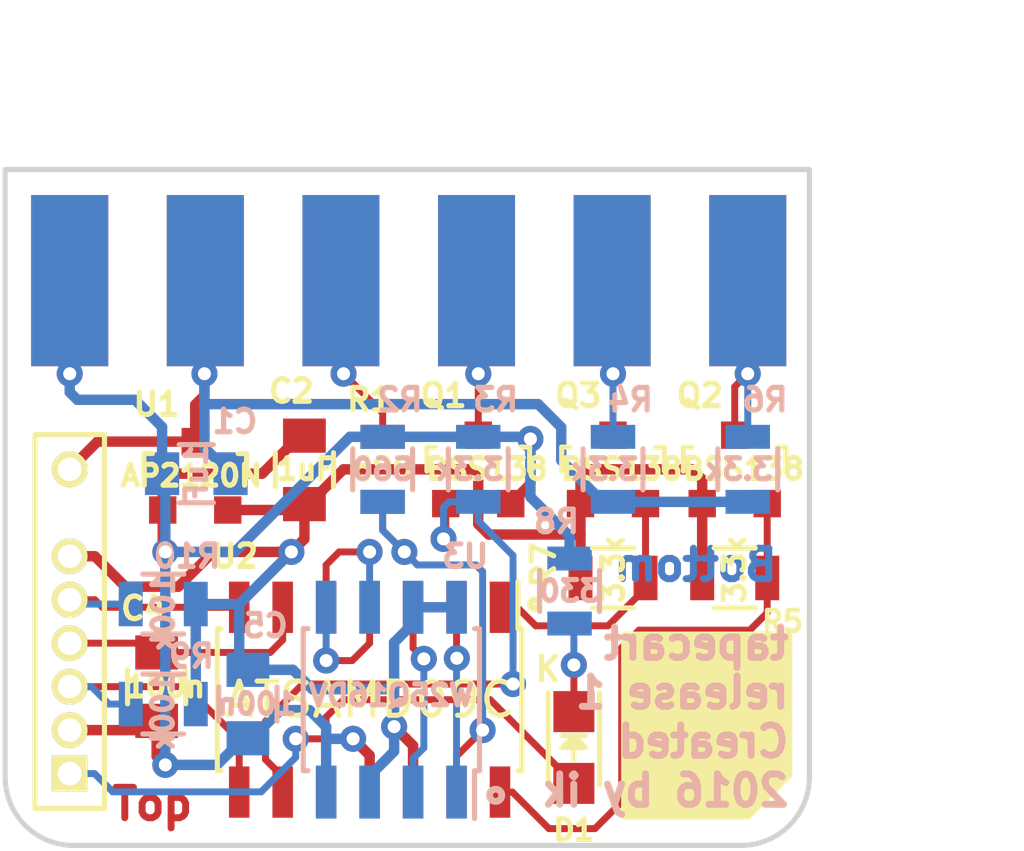
<source format=kicad_pcb>
(kicad_pcb (version 4) (host pcbnew 4.0.5)

  (general
    (links 63)
    (no_connects 0)
    (area 170.0908 35.05 207.1 59.325001)
    (thickness 1.6)
    (drawings 14)
    (tracks 243)
    (zones 0)
    (modules 23)
    (nets 21)
  )

  (page A4)
  (layers
    (0 F.Cu signal)
    (31 B.Cu signal)
    (32 B.Adhes user)
    (33 F.Adhes user)
    (34 B.Paste user)
    (35 F.Paste user)
    (36 B.SilkS user)
    (37 F.SilkS user)
    (38 B.Mask user)
    (39 F.Mask user)
    (40 Dwgs.User user)
    (41 Cmts.User user)
    (42 Eco1.User user)
    (43 Eco2.User user)
    (44 Edge.Cuts user)
    (45 Margin user)
    (46 B.CrtYd user)
    (47 F.CrtYd user)
    (48 B.Fab user)
    (49 F.Fab user)
  )

  (setup
    (last_trace_width 0.2032)
    (trace_clearance 0.2032)
    (zone_clearance 0.508)
    (zone_45_only no)
    (trace_min 0.2032)
    (segment_width 0.2)
    (edge_width 0.15)
    (via_size 0.762)
    (via_drill 0.381)
    (via_min_size 0.762)
    (via_min_drill 0.3)
    (uvia_size 0.3)
    (uvia_drill 0.1)
    (uvias_allowed no)
    (uvia_min_size 0.2)
    (uvia_min_drill 0.1)
    (pcb_text_width 0.3)
    (pcb_text_size 1.5 1.5)
    (mod_edge_width 0.15)
    (mod_text_size 1 1)
    (mod_text_width 0.15)
    (pad_size 1.524 1.524)
    (pad_drill 0.762)
    (pad_to_mask_clearance 0.2)
    (aux_axis_origin 0 0)
    (visible_elements 7FFFFFFF)
    (pcbplotparams
      (layerselection 0x010f0_80000001)
      (usegerberextensions true)
      (excludeedgelayer true)
      (linewidth 0.100000)
      (plotframeref false)
      (viasonmask false)
      (mode 1)
      (useauxorigin false)
      (hpglpennumber 1)
      (hpglpenspeed 20)
      (hpglpendiameter 15)
      (hpglpenoverlay 2)
      (psnegative false)
      (psa4output false)
      (plotreference true)
      (plotvalue true)
      (plotinvisibletext false)
      (padsonsilk false)
      (subtractmaskfromsilk false)
      (outputformat 1)
      (mirror false)
      (drillshape 0)
      (scaleselection 1)
      (outputdirectory gerber-release))
  )

  (net 0 "")
  (net 1 /Read3)
  (net 2 GND)
  (net 3 /Read5)
  (net 4 +3V3)
  (net 5 /Sense3)
  (net 6 /Sense5)
  (net 7 /Write3)
  (net 8 /Write5)
  (net 9 +5V)
  (net 10 /Reset)
  (net 11 /Motor5)
  (net 12 /SWCLK)
  (net 13 /SWDIO)
  (net 14 /Motor3)
  (net 15 /SS)
  (net 16 /MISO)
  (net 17 /MOSI)
  (net 18 /SCK)
  (net 19 /LED)
  (net 20 "Net-(D1-Pad1)")

  (net_class Default "This is the default net class."
    (clearance 0.2032)
    (trace_width 0.2032)
    (via_dia 0.762)
    (via_drill 0.381)
    (uvia_dia 0.3)
    (uvia_drill 0.1)
    (add_net /LED)
    (add_net /MISO)
    (add_net /MOSI)
    (add_net /Motor3)
    (add_net /Motor5)
    (add_net /Read3)
    (add_net /Read5)
    (add_net /Reset)
    (add_net /SCK)
    (add_net /SS)
    (add_net /SWCLK)
    (add_net /SWDIO)
    (add_net /Sense3)
    (add_net /Sense5)
    (add_net /Write3)
    (add_net /Write5)
    (add_net "Net-(D1-Pad1)")
  )

  (net_class Power ""
    (clearance 0.3048)
    (trace_width 0.3048)
    (via_dia 0.762)
    (via_drill 0.381)
    (uvia_dia 0.3)
    (uvia_drill 0.1)
    (add_net +3V3)
    (add_net +5V)
    (add_net GND)
  )

  (module Capacitors_SMD:C_0805 (layer F.Cu) (tedit 56FAD5C7) (tstamp 56BF0400)
    (at 177.927 54.61 90)
    (descr "Capacitor SMD 0805, reflow soldering, AVX (see smccp.pdf)")
    (tags "capacitor 0805")
    (path /56BC7709)
    (attr smd)
    (fp_text reference C4 (at 2.286 -0.381 180) (layer F.SilkS)
      (effects (font (size 0.6604 0.6604) (thickness 0.1524)))
    )
    (fp_text value 100n (at 0 0.254 180) (layer F.SilkS)
      (effects (font (size 0.6096 0.6096) (thickness 0.1524)))
    )
    (fp_line (start -1.8 -1) (end 1.8 -1) (layer F.CrtYd) (width 0.05))
    (fp_line (start -1.8 1) (end 1.8 1) (layer F.CrtYd) (width 0.05))
    (fp_line (start -1.8 -1) (end -1.8 1) (layer F.CrtYd) (width 0.05))
    (fp_line (start 1.8 -1) (end 1.8 1) (layer F.CrtYd) (width 0.05))
    (fp_line (start 0.5 -0.85) (end -0.5 -0.85) (layer F.SilkS) (width 0.15))
    (fp_line (start -0.5 0.85) (end 0.5 0.85) (layer F.SilkS) (width 0.15))
    (pad 1 smd rect (at -1 0 90) (size 1 1.25) (layers F.Cu F.Paste F.Mask)
      (net 2 GND))
    (pad 2 smd rect (at 1 0 90) (size 1 1.25) (layers F.Cu F.Paste F.Mask)
      (net 10 /Reset))
    (model Capacitors_SMD.3dshapes/C_0805.wrl
      (at (xyz 0 0 0))
      (scale (xyz 1 1 1))
      (rotate (xyz 0 0 0))
    )
  )

  (module Housings_SOIC:SOIC-14_3.9x8.7mm_Pitch1.27mm (layer F.Cu) (tedit 56FAD596) (tstamp 56BBD106)
    (at 184.15 54.991 270)
    (descr "14-Lead Plastic Small Outline (SL) - Narrow, 3.90 mm Body [SOIC] (see Microchip Packaging Specification 00000049BS.pdf)")
    (tags "SOIC 1.27")
    (path /56BA4F38)
    (attr smd)
    (fp_text reference U2 (at -4.191 3.937 360) (layer F.SilkS)
      (effects (font (size 0.6604 0.6604) (thickness 0.1524)))
    )
    (fp_text value ATSAMD09C (at 0 0 360) (layer F.SilkS)
      (effects (font (size 1 1) (thickness 0.15)))
    )
    (fp_line (start -3.7 -4.65) (end -3.7 4.65) (layer F.CrtYd) (width 0.05))
    (fp_line (start 3.7 -4.65) (end 3.7 4.65) (layer F.CrtYd) (width 0.05))
    (fp_line (start -3.7 -4.65) (end 3.7 -4.65) (layer F.CrtYd) (width 0.05))
    (fp_line (start -3.7 4.65) (end 3.7 4.65) (layer F.CrtYd) (width 0.05))
    (fp_line (start -2.075 -4.45) (end -2.075 -4.335) (layer F.SilkS) (width 0.15))
    (fp_line (start 2.075 -4.45) (end 2.075 -4.335) (layer F.SilkS) (width 0.15))
    (fp_line (start 2.075 4.45) (end 2.075 4.335) (layer F.SilkS) (width 0.15))
    (fp_line (start -2.075 4.45) (end -2.075 4.335) (layer F.SilkS) (width 0.15))
    (fp_line (start -2.075 -4.45) (end 2.075 -4.45) (layer F.SilkS) (width 0.15))
    (fp_line (start -2.075 4.45) (end 2.075 4.45) (layer F.SilkS) (width 0.15))
    (fp_line (start -2.075 -4.335) (end -3.45 -4.335) (layer F.SilkS) (width 0.15))
    (pad 1 smd rect (at -2.7 -3.81 270) (size 1.5 0.6) (layers F.Cu F.Paste F.Mask)
      (net 7 /Write3))
    (pad 2 smd rect (at -2.7 -2.54 270) (size 1.5 0.6) (layers F.Cu F.Paste F.Mask)
      (net 15 /SS))
    (pad 3 smd rect (at -2.7 -1.27 270) (size 1.5 0.6) (layers F.Cu F.Paste F.Mask)
      (net 16 /MISO))
    (pad 4 smd rect (at -2.7 0 270) (size 1.5 0.6) (layers F.Cu F.Paste F.Mask)
      (net 17 /MOSI))
    (pad 5 smd rect (at -2.7 1.27 270) (size 1.5 0.6) (layers F.Cu F.Paste F.Mask)
      (net 18 /SCK))
    (pad 6 smd rect (at -2.7 2.54 270) (size 1.5 0.6) (layers F.Cu F.Paste F.Mask)
      (net 10 /Reset))
    (pad 7 smd rect (at -2.7 3.81 270) (size 1.5 0.6) (layers F.Cu F.Paste F.Mask)
      (net 12 /SWCLK))
    (pad 8 smd rect (at 2.7 3.81 270) (size 1.5 0.6) (layers F.Cu F.Paste F.Mask)
      (net 13 /SWDIO))
    (pad 9 smd rect (at 2.7 2.54 270) (size 1.5 0.6) (layers F.Cu F.Paste F.Mask)
      (net 1 /Read3))
    (pad 10 smd rect (at 2.7 1.27 270) (size 1.5 0.6) (layers F.Cu F.Paste F.Mask)
      (net 19 /LED))
    (pad 11 smd rect (at 2.7 0 270) (size 1.5 0.6) (layers F.Cu F.Paste F.Mask)
      (net 2 GND))
    (pad 12 smd rect (at 2.7 -1.27 270) (size 1.5 0.6) (layers F.Cu F.Paste F.Mask)
      (net 4 +3V3))
    (pad 13 smd rect (at 2.7 -2.54 270) (size 1.5 0.6) (layers F.Cu F.Paste F.Mask)
      (net 14 /Motor3))
    (pad 14 smd rect (at 2.7 -3.81 270) (size 1.5 0.6) (layers F.Cu F.Paste F.Mask)
      (net 5 /Sense3))
    (model Housings_SOIC.3dshapes/SOIC-14_3.9x8.7mm_Pitch1.27mm.wrl
      (at (xyz 0 0 0))
      (scale (xyz 1 1 1))
      (rotate (xyz 0 0 0))
    )
  )

  (module Housings_SOIC:SOIC-8_3.9x4.9mm_Pitch1.27mm (layer B.Cu) (tedit 56FAD651) (tstamp 56BBD117)
    (at 184.785 54.991 90)
    (descr "8-Lead Plastic Small Outline (SN) - Narrow, 3.90 mm Body [SOIC] (see Microchip Packaging Specification 00000049BS.pdf)")
    (tags "SOIC 1.27")
    (path /56BA4FD9)
    (attr smd)
    (fp_text reference U3 (at 4.191 2.159 180) (layer B.SilkS)
      (effects (font (size 0.6604 0.6604) (thickness 0.1524)) (justify mirror))
    )
    (fp_text value W25Q16DV (at 0.127 0 180) (layer B.SilkS)
      (effects (font (size 0.6096 0.6096) (thickness 0.1524)) (justify mirror))
    )
    (fp_line (start -3.75 2.75) (end -3.75 -2.75) (layer B.CrtYd) (width 0.05))
    (fp_line (start 3.75 2.75) (end 3.75 -2.75) (layer B.CrtYd) (width 0.05))
    (fp_line (start -3.75 2.75) (end 3.75 2.75) (layer B.CrtYd) (width 0.05))
    (fp_line (start -3.75 -2.75) (end 3.75 -2.75) (layer B.CrtYd) (width 0.05))
    (fp_line (start -2.075 2.575) (end -2.075 2.43) (layer B.SilkS) (width 0.15))
    (fp_line (start 2.075 2.575) (end 2.075 2.43) (layer B.SilkS) (width 0.15))
    (fp_line (start 2.075 -2.575) (end 2.075 -2.43) (layer B.SilkS) (width 0.15))
    (fp_line (start -2.075 -2.575) (end -2.075 -2.43) (layer B.SilkS) (width 0.15))
    (fp_line (start -2.075 2.575) (end 2.075 2.575) (layer B.SilkS) (width 0.15))
    (fp_line (start -2.075 -2.575) (end 2.075 -2.575) (layer B.SilkS) (width 0.15))
    (fp_line (start -2.075 2.43) (end -3.475 2.43) (layer B.SilkS) (width 0.15))
    (pad 1 smd rect (at -2.7 1.905 90) (size 1.55 0.6) (layers B.Cu B.Paste B.Mask)
      (net 15 /SS))
    (pad 2 smd rect (at -2.7 0.635 90) (size 1.55 0.6) (layers B.Cu B.Paste B.Mask)
      (net 16 /MISO))
    (pad 3 smd rect (at -2.7 -0.635 90) (size 1.55 0.6) (layers B.Cu B.Paste B.Mask)
      (net 4 +3V3))
    (pad 4 smd rect (at -2.7 -1.905 90) (size 1.55 0.6) (layers B.Cu B.Paste B.Mask)
      (net 2 GND))
    (pad 5 smd rect (at 2.7 -1.905 90) (size 1.55 0.6) (layers B.Cu B.Paste B.Mask)
      (net 17 /MOSI))
    (pad 6 smd rect (at 2.7 -0.635 90) (size 1.55 0.6) (layers B.Cu B.Paste B.Mask)
      (net 18 /SCK))
    (pad 7 smd rect (at 2.7 0.635 90) (size 1.55 0.6) (layers B.Cu B.Paste B.Mask)
      (net 4 +3V3))
    (pad 8 smd rect (at 2.7 1.905 90) (size 1.55 0.6) (layers B.Cu B.Paste B.Mask)
      (net 4 +3V3))
    (model Housings_SOIC.3dshapes/SOIC-8_3.9x4.9mm_Pitch1.27mm.wrl
      (at (xyz 0 0 0))
      (scale (xyz 1 1 1))
      (rotate (xyz 0 0 0))
    )
  )

  (module Capacitors_SMD:C_0805 (layer B.Cu) (tedit 56FAD5F9) (tstamp 56BF03F1)
    (at 179.086 48.387 180)
    (descr "Capacitor SMD 0805, reflow soldering, AVX (see smccp.pdf)")
    (tags "capacitor 0805")
    (path /56BA5810)
    (attr smd)
    (fp_text reference C1 (at -1.127 1.524 180) (layer B.SilkS)
      (effects (font (size 0.6604 0.6604) (thickness 0.1524)) (justify mirror))
    )
    (fp_text value 1uF (at 0 0 270) (layer B.SilkS)
      (effects (font (size 0.6096 0.6096) (thickness 0.1524)) (justify mirror))
    )
    (fp_line (start -1.8 1) (end 1.8 1) (layer B.CrtYd) (width 0.05))
    (fp_line (start -1.8 -1) (end 1.8 -1) (layer B.CrtYd) (width 0.05))
    (fp_line (start -1.8 1) (end -1.8 -1) (layer B.CrtYd) (width 0.05))
    (fp_line (start 1.8 1) (end 1.8 -1) (layer B.CrtYd) (width 0.05))
    (fp_line (start 0.5 0.85) (end -0.5 0.85) (layer B.SilkS) (width 0.15))
    (fp_line (start -0.5 -0.85) (end 0.5 -0.85) (layer B.SilkS) (width 0.15))
    (pad 1 smd rect (at -1 0 180) (size 1 1.25) (layers B.Cu B.Paste B.Mask)
      (net 9 +5V))
    (pad 2 smd rect (at 1 0 180) (size 1 1.25) (layers B.Cu B.Paste B.Mask)
      (net 2 GND))
    (model Capacitors_SMD.3dshapes/C_0805.wrl
      (at (xyz 0 0 0))
      (scale (xyz 1 1 1))
      (rotate (xyz 0 0 0))
    )
  )

  (module Capacitors_SMD:C_0805 (layer F.Cu) (tedit 56FAD440) (tstamp 56BF03F6)
    (at 182.245 48.276 90)
    (descr "Capacitor SMD 0805, reflow soldering, AVX (see smccp.pdf)")
    (tags "capacitor 0805")
    (path /56BA5891)
    (attr smd)
    (fp_text reference C2 (at 2.302 -0.381 180) (layer F.SilkS)
      (effects (font (size 0.6604 0.6604) (thickness 0.1524)))
    )
    (fp_text value 1uF (at 0.018 0.033 180) (layer F.SilkS)
      (effects (font (size 0.6096 0.6096) (thickness 0.1524)))
    )
    (fp_line (start -1.8 -1) (end 1.8 -1) (layer F.CrtYd) (width 0.05))
    (fp_line (start -1.8 1) (end 1.8 1) (layer F.CrtYd) (width 0.05))
    (fp_line (start -1.8 -1) (end -1.8 1) (layer F.CrtYd) (width 0.05))
    (fp_line (start 1.8 -1) (end 1.8 1) (layer F.CrtYd) (width 0.05))
    (fp_line (start 0.5 -0.85) (end -0.5 -0.85) (layer F.SilkS) (width 0.15))
    (fp_line (start -0.5 0.85) (end 0.5 0.85) (layer F.SilkS) (width 0.15))
    (pad 1 smd rect (at -1 0 90) (size 1 1.25) (layers F.Cu F.Paste F.Mask)
      (net 4 +3V3))
    (pad 2 smd rect (at 1 0 90) (size 1 1.25) (layers F.Cu F.Paste F.Mask)
      (net 2 GND))
    (model Capacitors_SMD.3dshapes/C_0805.wrl
      (at (xyz 0 0 0))
      (scale (xyz 1 1 1))
      (rotate (xyz 0 0 0))
    )
  )

  (module Capacitors_SMD:C_0805 (layer B.Cu) (tedit 56FAD665) (tstamp 56BF0405)
    (at 180.594 55.118 270)
    (descr "Capacitor SMD 0805, reflow soldering, AVX (see smccp.pdf)")
    (tags "capacitor 0805")
    (path /56BA53B7)
    (attr smd)
    (fp_text reference C5 (at -2.286 -0.508 360) (layer B.SilkS)
      (effects (font (size 0.6604 0.6604) (thickness 0.1524)) (justify mirror))
    )
    (fp_text value 100n (at 0 -0.254 360) (layer B.SilkS)
      (effects (font (size 0.6096 0.6096) (thickness 0.1524)) (justify mirror))
    )
    (fp_line (start -1.8 1) (end 1.8 1) (layer B.CrtYd) (width 0.05))
    (fp_line (start -1.8 -1) (end 1.8 -1) (layer B.CrtYd) (width 0.05))
    (fp_line (start -1.8 1) (end -1.8 -1) (layer B.CrtYd) (width 0.05))
    (fp_line (start 1.8 1) (end 1.8 -1) (layer B.CrtYd) (width 0.05))
    (fp_line (start 0.5 0.85) (end -0.5 0.85) (layer B.SilkS) (width 0.15))
    (fp_line (start -0.5 -0.85) (end 0.5 -0.85) (layer B.SilkS) (width 0.15))
    (pad 1 smd rect (at -1 0 270) (size 1 1.25) (layers B.Cu B.Paste B.Mask)
      (net 4 +3V3))
    (pad 2 smd rect (at 1 0 270) (size 1 1.25) (layers B.Cu B.Paste B.Mask)
      (net 2 GND))
    (model Capacitors_SMD.3dshapes/C_0805.wrl
      (at (xyz 0 0 0))
      (scale (xyz 1 1 1))
      (rotate (xyz 0 0 0))
    )
  )

  (module TO_SOT_Packages_SMD:SOT-23 (layer F.Cu) (tedit 56FAD43A) (tstamp 56BF040A)
    (at 187.325 48.26)
    (descr "SOT-23, Standard")
    (tags SOT-23)
    (path /56BA5033)
    (attr smd)
    (fp_text reference Q1 (at -1.016 -2.159) (layer F.SilkS)
      (effects (font (size 0.6604 0.6604) (thickness 0.1524)))
    )
    (fp_text value BSS138 (at 0.254 -0.01) (layer F.SilkS)
      (effects (font (size 0.6096 0.6096) (thickness 0.1524)))
    )
    (fp_line (start -1.65 -1.6) (end 1.65 -1.6) (layer F.CrtYd) (width 0.05))
    (fp_line (start 1.65 -1.6) (end 1.65 1.6) (layer F.CrtYd) (width 0.05))
    (fp_line (start 1.65 1.6) (end -1.65 1.6) (layer F.CrtYd) (width 0.05))
    (fp_line (start -1.65 1.6) (end -1.65 -1.6) (layer F.CrtYd) (width 0.05))
    (fp_line (start 1.29916 -0.65024) (end 1.2509 -0.65024) (layer F.SilkS) (width 0.15))
    (fp_line (start -1.49982 0.0508) (end -1.49982 -0.65024) (layer F.SilkS) (width 0.15))
    (fp_line (start -1.49982 -0.65024) (end -1.2509 -0.65024) (layer F.SilkS) (width 0.15))
    (fp_line (start 1.29916 -0.65024) (end 1.49982 -0.65024) (layer F.SilkS) (width 0.15))
    (fp_line (start 1.49982 -0.65024) (end 1.49982 0.0508) (layer F.SilkS) (width 0.15))
    (pad 1 smd rect (at -0.95 1.00076) (size 0.8001 0.8001) (layers F.Cu F.Paste F.Mask)
      (net 1 /Read3))
    (pad 2 smd rect (at 0.95 1.00076) (size 0.8001 0.8001) (layers F.Cu F.Paste F.Mask)
      (net 2 GND))
    (pad 3 smd rect (at 0 -0.99822) (size 0.8001 0.8001) (layers F.Cu F.Paste F.Mask)
      (net 3 /Read5))
    (model TO_SOT_Packages_SMD.3dshapes/SOT-23.wrl
      (at (xyz 0 0 0))
      (scale (xyz 1 1 1))
      (rotate (xyz 0 0 0))
    )
  )

  (module TO_SOT_Packages_SMD:SOT-23 (layer F.Cu) (tedit 56FAD4A3) (tstamp 56BF0410)
    (at 194.818 48.26)
    (descr "SOT-23, Standard")
    (tags SOT-23)
    (path /56BA505C)
    (attr smd)
    (fp_text reference Q2 (at -1.016 -2.159) (layer F.SilkS)
      (effects (font (size 0.6604 0.6604) (thickness 0.1524)))
    )
    (fp_text value BSS138 (at 0.254 -0.01) (layer F.SilkS)
      (effects (font (size 0.6096 0.6096) (thickness 0.1524)))
    )
    (fp_line (start -1.65 -1.6) (end 1.65 -1.6) (layer F.CrtYd) (width 0.05))
    (fp_line (start 1.65 -1.6) (end 1.65 1.6) (layer F.CrtYd) (width 0.05))
    (fp_line (start 1.65 1.6) (end -1.65 1.6) (layer F.CrtYd) (width 0.05))
    (fp_line (start -1.65 1.6) (end -1.65 -1.6) (layer F.CrtYd) (width 0.05))
    (fp_line (start 1.29916 -0.65024) (end 1.2509 -0.65024) (layer F.SilkS) (width 0.15))
    (fp_line (start -1.49982 0.0508) (end -1.49982 -0.65024) (layer F.SilkS) (width 0.15))
    (fp_line (start -1.49982 -0.65024) (end -1.2509 -0.65024) (layer F.SilkS) (width 0.15))
    (fp_line (start 1.29916 -0.65024) (end 1.49982 -0.65024) (layer F.SilkS) (width 0.15))
    (fp_line (start 1.49982 -0.65024) (end 1.49982 0.0508) (layer F.SilkS) (width 0.15))
    (pad 1 smd rect (at -0.95 1.00076) (size 0.8001 0.8001) (layers F.Cu F.Paste F.Mask)
      (net 4 +3V3))
    (pad 2 smd rect (at 0.95 1.00076) (size 0.8001 0.8001) (layers F.Cu F.Paste F.Mask)
      (net 5 /Sense3))
    (pad 3 smd rect (at 0 -0.99822) (size 0.8001 0.8001) (layers F.Cu F.Paste F.Mask)
      (net 6 /Sense5))
    (model TO_SOT_Packages_SMD.3dshapes/SOT-23.wrl
      (at (xyz 0 0 0))
      (scale (xyz 1 1 1))
      (rotate (xyz 0 0 0))
    )
  )

  (module TO_SOT_Packages_SMD:SOT-23 (layer F.Cu) (tedit 56FAD492) (tstamp 56BF0416)
    (at 191.262 48.26)
    (descr "SOT-23, Standard")
    (tags SOT-23)
    (path /56BA508F)
    (attr smd)
    (fp_text reference Q3 (at -1.016 -2.159) (layer F.SilkS)
      (effects (font (size 0.6604 0.6604) (thickness 0.1524)))
    )
    (fp_text value BSS138 (at 0.254 -0.01) (layer F.SilkS)
      (effects (font (size 0.6096 0.6096) (thickness 0.1524)))
    )
    (fp_line (start -1.65 -1.6) (end 1.65 -1.6) (layer F.CrtYd) (width 0.05))
    (fp_line (start 1.65 -1.6) (end 1.65 1.6) (layer F.CrtYd) (width 0.05))
    (fp_line (start 1.65 1.6) (end -1.65 1.6) (layer F.CrtYd) (width 0.05))
    (fp_line (start -1.65 1.6) (end -1.65 -1.6) (layer F.CrtYd) (width 0.05))
    (fp_line (start 1.29916 -0.65024) (end 1.2509 -0.65024) (layer F.SilkS) (width 0.15))
    (fp_line (start -1.49982 0.0508) (end -1.49982 -0.65024) (layer F.SilkS) (width 0.15))
    (fp_line (start -1.49982 -0.65024) (end -1.2509 -0.65024) (layer F.SilkS) (width 0.15))
    (fp_line (start 1.29916 -0.65024) (end 1.49982 -0.65024) (layer F.SilkS) (width 0.15))
    (fp_line (start 1.49982 -0.65024) (end 1.49982 0.0508) (layer F.SilkS) (width 0.15))
    (pad 1 smd rect (at -0.95 1.00076) (size 0.8001 0.8001) (layers F.Cu F.Paste F.Mask)
      (net 4 +3V3))
    (pad 2 smd rect (at 0.95 1.00076) (size 0.8001 0.8001) (layers F.Cu F.Paste F.Mask)
      (net 7 /Write3))
    (pad 3 smd rect (at 0 -0.99822) (size 0.8001 0.8001) (layers F.Cu F.Paste F.Mask)
      (net 8 /Write5))
    (model TO_SOT_Packages_SMD.3dshapes/SOT-23.wrl
      (at (xyz 0 0 0))
      (scale (xyz 1 1 1))
      (rotate (xyz 0 0 0))
    )
  )

  (module Resistors_SMD:R_0805 (layer F.Cu) (tedit 56FAD473) (tstamp 56BF041C)
    (at 184.531 48.26 270)
    (descr "Resistor SMD 0805, reflow soldering, Vishay (see dcrcw.pdf)")
    (tags "resistor 0805")
    (path /56BA50C4)
    (attr smd)
    (fp_text reference R1 (at -2.032 0.381 360) (layer F.SilkS)
      (effects (font (size 0.6604 0.6604) (thickness 0.1524)))
    )
    (fp_text value 680 (at 0 0 360) (layer F.SilkS)
      (effects (font (size 0.6096 0.6096) (thickness 0.1524)))
    )
    (fp_line (start -1.6 -1) (end 1.6 -1) (layer F.CrtYd) (width 0.05))
    (fp_line (start -1.6 1) (end 1.6 1) (layer F.CrtYd) (width 0.05))
    (fp_line (start -1.6 -1) (end -1.6 1) (layer F.CrtYd) (width 0.05))
    (fp_line (start 1.6 -1) (end 1.6 1) (layer F.CrtYd) (width 0.05))
    (fp_line (start 0.6 0.875) (end -0.6 0.875) (layer F.SilkS) (width 0.15))
    (fp_line (start -0.6 -0.875) (end 0.6 -0.875) (layer F.SilkS) (width 0.15))
    (pad 1 smd rect (at -0.95 0 270) (size 0.7 1.3) (layers F.Cu F.Paste F.Mask)
      (net 11 /Motor5))
    (pad 2 smd rect (at 0.95 0 270) (size 0.7 1.3) (layers F.Cu F.Paste F.Mask)
      (net 14 /Motor3))
    (model Resistors_SMD.3dshapes/R_0805.wrl
      (at (xyz 0 0 0))
      (scale (xyz 1 1 1))
      (rotate (xyz 0 0 0))
    )
  )

  (module Resistors_SMD:R_0805 (layer B.Cu) (tedit 56FAD609) (tstamp 56BF0421)
    (at 184.531 48.26 90)
    (descr "Resistor SMD 0805, reflow soldering, Vishay (see dcrcw.pdf)")
    (tags "resistor 0805")
    (path /56BA51D3)
    (attr smd)
    (fp_text reference R2 (at 2.032 0.508 180) (layer B.SilkS)
      (effects (font (size 0.6604 0.6604) (thickness 0.1524)) (justify mirror))
    )
    (fp_text value 560 (at 0 0 180) (layer B.SilkS)
      (effects (font (size 0.6096 0.6096) (thickness 0.1524)) (justify mirror))
    )
    (fp_line (start -1.6 1) (end 1.6 1) (layer B.CrtYd) (width 0.05))
    (fp_line (start -1.6 -1) (end 1.6 -1) (layer B.CrtYd) (width 0.05))
    (fp_line (start -1.6 1) (end -1.6 -1) (layer B.CrtYd) (width 0.05))
    (fp_line (start 1.6 1) (end 1.6 -1) (layer B.CrtYd) (width 0.05))
    (fp_line (start 0.6 -0.875) (end -0.6 -0.875) (layer B.SilkS) (width 0.15))
    (fp_line (start -0.6 0.875) (end 0.6 0.875) (layer B.SilkS) (width 0.15))
    (pad 1 smd rect (at -0.95 0 90) (size 0.7 1.3) (layers B.Cu B.Paste B.Mask)
      (net 14 /Motor3))
    (pad 2 smd rect (at 0.95 0 90) (size 0.7 1.3) (layers B.Cu B.Paste B.Mask)
      (net 2 GND))
    (model Resistors_SMD.3dshapes/R_0805.wrl
      (at (xyz 0 0 0))
      (scale (xyz 1 1 1))
      (rotate (xyz 0 0 0))
    )
  )

  (module Resistors_SMD:R_0805 (layer B.Cu) (tedit 56FAD616) (tstamp 56BF0426)
    (at 187.325 48.26 90)
    (descr "Resistor SMD 0805, reflow soldering, Vishay (see dcrcw.pdf)")
    (tags "resistor 0805")
    (path /56BA51F6)
    (attr smd)
    (fp_text reference R3 (at 2.032 0.508 180) (layer B.SilkS)
      (effects (font (size 0.6604 0.6604) (thickness 0.1524)) (justify mirror))
    )
    (fp_text value 3.3k (at 0 -0.254 180) (layer B.SilkS)
      (effects (font (size 0.6096 0.6096) (thickness 0.1524)) (justify mirror))
    )
    (fp_line (start -1.6 1) (end 1.6 1) (layer B.CrtYd) (width 0.05))
    (fp_line (start -1.6 -1) (end 1.6 -1) (layer B.CrtYd) (width 0.05))
    (fp_line (start -1.6 1) (end -1.6 -1) (layer B.CrtYd) (width 0.05))
    (fp_line (start 1.6 1) (end 1.6 -1) (layer B.CrtYd) (width 0.05))
    (fp_line (start 0.6 -0.875) (end -0.6 -0.875) (layer B.SilkS) (width 0.15))
    (fp_line (start -0.6 0.875) (end 0.6 0.875) (layer B.SilkS) (width 0.15))
    (pad 1 smd rect (at -0.95 0 90) (size 0.7 1.3) (layers B.Cu B.Paste B.Mask)
      (net 1 /Read3))
    (pad 2 smd rect (at 0.95 0 90) (size 0.7 1.3) (layers B.Cu B.Paste B.Mask)
      (net 2 GND))
    (model Resistors_SMD.3dshapes/R_0805.wrl
      (at (xyz 0 0 0))
      (scale (xyz 1 1 1))
      (rotate (xyz 0 0 0))
    )
  )

  (module Resistors_SMD:R_0805 (layer B.Cu) (tedit 56FAD624) (tstamp 56BF042B)
    (at 191.262 48.26 90)
    (descr "Resistor SMD 0805, reflow soldering, Vishay (see dcrcw.pdf)")
    (tags "resistor 0805")
    (path /56BA5227)
    (attr smd)
    (fp_text reference R4 (at 2.032 0.508 180) (layer B.SilkS)
      (effects (font (size 0.6604 0.6604) (thickness 0.1524)) (justify mirror))
    )
    (fp_text value 3.3k (at 0 -0.254 180) (layer B.SilkS)
      (effects (font (size 0.6096 0.6096) (thickness 0.1524)) (justify mirror))
    )
    (fp_line (start -1.6 1) (end 1.6 1) (layer B.CrtYd) (width 0.05))
    (fp_line (start -1.6 -1) (end 1.6 -1) (layer B.CrtYd) (width 0.05))
    (fp_line (start -1.6 1) (end -1.6 -1) (layer B.CrtYd) (width 0.05))
    (fp_line (start 1.6 1) (end 1.6 -1) (layer B.CrtYd) (width 0.05))
    (fp_line (start 0.6 -0.875) (end -0.6 -0.875) (layer B.SilkS) (width 0.15))
    (fp_line (start -0.6 0.875) (end 0.6 0.875) (layer B.SilkS) (width 0.15))
    (pad 1 smd rect (at -0.95 0 90) (size 0.7 1.3) (layers B.Cu B.Paste B.Mask)
      (net 9 +5V))
    (pad 2 smd rect (at 0.95 0 90) (size 0.7 1.3) (layers B.Cu B.Paste B.Mask)
      (net 8 /Write5))
    (model Resistors_SMD.3dshapes/R_0805.wrl
      (at (xyz 0 0 0))
      (scale (xyz 1 1 1))
      (rotate (xyz 0 0 0))
    )
  )

  (module Resistors_SMD:R_0805 (layer F.Cu) (tedit 59FF3264) (tstamp 56BF0430)
    (at 194.818 51.435)
    (descr "Resistor SMD 0805, reflow soldering, Vishay (see dcrcw.pdf)")
    (tags "resistor 0805")
    (path /56BA5258)
    (attr smd)
    (fp_text reference R5 (at 1.397 1.27) (layer F.SilkS)
      (effects (font (size 0.6 0.6) (thickness 0.14)))
    )
    (fp_text value 3.3k (at 0 -0.254 90) (layer F.SilkS)
      (effects (font (size 0.6096 0.6096) (thickness 0.1524)))
    )
    (fp_line (start -1.6 -1) (end 1.6 -1) (layer F.CrtYd) (width 0.05))
    (fp_line (start -1.6 1) (end 1.6 1) (layer F.CrtYd) (width 0.05))
    (fp_line (start -1.6 -1) (end -1.6 1) (layer F.CrtYd) (width 0.05))
    (fp_line (start 1.6 -1) (end 1.6 1) (layer F.CrtYd) (width 0.05))
    (fp_line (start 0.6 0.875) (end -0.6 0.875) (layer F.SilkS) (width 0.15))
    (fp_line (start -0.6 -0.875) (end 0.6 -0.875) (layer F.SilkS) (width 0.15))
    (pad 1 smd rect (at -0.95 0) (size 0.7 1.3) (layers F.Cu F.Paste F.Mask)
      (net 4 +3V3))
    (pad 2 smd rect (at 0.95 0) (size 0.7 1.3) (layers F.Cu F.Paste F.Mask)
      (net 5 /Sense3))
    (model Resistors_SMD.3dshapes/R_0805.wrl
      (at (xyz 0 0 0))
      (scale (xyz 1 1 1))
      (rotate (xyz 0 0 0))
    )
  )

  (module Resistors_SMD:R_0805 (layer B.Cu) (tedit 56FAD632) (tstamp 56BF0435)
    (at 195.199 48.26 90)
    (descr "Resistor SMD 0805, reflow soldering, Vishay (see dcrcw.pdf)")
    (tags "resistor 0805")
    (path /56BA52C6)
    (attr smd)
    (fp_text reference R6 (at 2.032 0.508 180) (layer B.SilkS)
      (effects (font (size 0.6604 0.6604) (thickness 0.1524)) (justify mirror))
    )
    (fp_text value 3.3k (at 0 -0.254 180) (layer B.SilkS)
      (effects (font (size 0.6096 0.6096) (thickness 0.1524)) (justify mirror))
    )
    (fp_line (start -1.6 1) (end 1.6 1) (layer B.CrtYd) (width 0.05))
    (fp_line (start -1.6 -1) (end 1.6 -1) (layer B.CrtYd) (width 0.05))
    (fp_line (start -1.6 1) (end -1.6 -1) (layer B.CrtYd) (width 0.05))
    (fp_line (start 1.6 1) (end 1.6 -1) (layer B.CrtYd) (width 0.05))
    (fp_line (start 0.6 -0.875) (end -0.6 -0.875) (layer B.SilkS) (width 0.15))
    (fp_line (start -0.6 0.875) (end 0.6 0.875) (layer B.SilkS) (width 0.15))
    (pad 1 smd rect (at -0.95 0 90) (size 0.7 1.3) (layers B.Cu B.Paste B.Mask)
      (net 9 +5V))
    (pad 2 smd rect (at 0.95 0 90) (size 0.7 1.3) (layers B.Cu B.Paste B.Mask)
      (net 6 /Sense5))
    (model Resistors_SMD.3dshapes/R_0805.wrl
      (at (xyz 0 0 0))
      (scale (xyz 1 1 1))
      (rotate (xyz 0 0 0))
    )
  )

  (module Resistors_SMD:R_0805 (layer F.Cu) (tedit 56FAD503) (tstamp 56BF043A)
    (at 191.262 51.435 180)
    (descr "Resistor SMD 0805, reflow soldering, Vishay (see dcrcw.pdf)")
    (tags "resistor 0805")
    (path /56BA528D)
    (attr smd)
    (fp_text reference R7 (at 2.032 0.381 270) (layer F.SilkS)
      (effects (font (size 0.6604 0.6604) (thickness 0.1524)))
    )
    (fp_text value 3.3k (at 0 0.254 270) (layer F.SilkS)
      (effects (font (size 0.6096 0.6096) (thickness 0.1524)))
    )
    (fp_line (start -1.6 -1) (end 1.6 -1) (layer F.CrtYd) (width 0.05))
    (fp_line (start -1.6 1) (end 1.6 1) (layer F.CrtYd) (width 0.05))
    (fp_line (start -1.6 -1) (end -1.6 1) (layer F.CrtYd) (width 0.05))
    (fp_line (start 1.6 -1) (end 1.6 1) (layer F.CrtYd) (width 0.05))
    (fp_line (start 0.6 0.875) (end -0.6 0.875) (layer F.SilkS) (width 0.15))
    (fp_line (start -0.6 -0.875) (end 0.6 -0.875) (layer F.SilkS) (width 0.15))
    (pad 1 smd rect (at -0.95 0 180) (size 0.7 1.3) (layers F.Cu F.Paste F.Mask)
      (net 7 /Write3))
    (pad 2 smd rect (at 0.95 0 180) (size 0.7 1.3) (layers F.Cu F.Paste F.Mask)
      (net 4 +3V3))
    (model Resistors_SMD.3dshapes/R_0805.wrl
      (at (xyz 0 0 0))
      (scale (xyz 1 1 1))
      (rotate (xyz 0 0 0))
    )
  )

  (module Resistors_SMD:R_0805 (layer B.Cu) (tedit 56FAD640) (tstamp 56BF043F)
    (at 189.992 51.816 90)
    (descr "Resistor SMD 0805, reflow soldering, Vishay (see dcrcw.pdf)")
    (tags "resistor 0805")
    (path /56BA52F7)
    (attr smd)
    (fp_text reference R8 (at 2.032 -0.381 180) (layer B.SilkS)
      (effects (font (size 0.6604 0.6604) (thickness 0.1524)) (justify mirror))
    )
    (fp_text value 330 (at 0 0 180) (layer B.SilkS)
      (effects (font (size 0.6096 0.6096) (thickness 0.1524)) (justify mirror))
    )
    (fp_line (start -1.6 1) (end 1.6 1) (layer B.CrtYd) (width 0.05))
    (fp_line (start -1.6 -1) (end 1.6 -1) (layer B.CrtYd) (width 0.05))
    (fp_line (start -1.6 1) (end -1.6 -1) (layer B.CrtYd) (width 0.05))
    (fp_line (start 1.6 1) (end 1.6 -1) (layer B.CrtYd) (width 0.05))
    (fp_line (start 0.6 -0.875) (end -0.6 -0.875) (layer B.SilkS) (width 0.15))
    (fp_line (start -0.6 0.875) (end 0.6 0.875) (layer B.SilkS) (width 0.15))
    (pad 1 smd rect (at -0.95 0 90) (size 0.7 1.3) (layers B.Cu B.Paste B.Mask)
      (net 20 "Net-(D1-Pad1)"))
    (pad 2 smd rect (at 0.95 0 90) (size 0.7 1.3) (layers B.Cu B.Paste B.Mask)
      (net 2 GND))
    (model Resistors_SMD.3dshapes/R_0805.wrl
      (at (xyz 0 0 0))
      (scale (xyz 1 1 1))
      (rotate (xyz 0 0 0))
    )
  )

  (module TO_SOT_Packages_SMD:SOT-23 (layer F.Cu) (tedit 56FAD412) (tstamp 56BF0444)
    (at 179.05476 48.448)
    (descr "SOT-23, Standard")
    (tags SOT-23)
    (path /56BA5771)
    (attr smd)
    (fp_text reference U1 (at -1.12776 -2.093) (layer F.SilkS)
      (effects (font (size 0.6604 0.6604) (thickness 0.1524)))
    )
    (fp_text value AP2120N (at -0.11176 0) (layer F.SilkS)
      (effects (font (size 0.6096 0.6096) (thickness 0.1524)))
    )
    (fp_line (start -1.65 -1.6) (end 1.65 -1.6) (layer F.CrtYd) (width 0.05))
    (fp_line (start 1.65 -1.6) (end 1.65 1.6) (layer F.CrtYd) (width 0.05))
    (fp_line (start 1.65 1.6) (end -1.65 1.6) (layer F.CrtYd) (width 0.05))
    (fp_line (start -1.65 1.6) (end -1.65 -1.6) (layer F.CrtYd) (width 0.05))
    (fp_line (start 1.29916 -0.65024) (end 1.2509 -0.65024) (layer F.SilkS) (width 0.15))
    (fp_line (start -1.49982 0.0508) (end -1.49982 -0.65024) (layer F.SilkS) (width 0.15))
    (fp_line (start -1.49982 -0.65024) (end -1.2509 -0.65024) (layer F.SilkS) (width 0.15))
    (fp_line (start 1.29916 -0.65024) (end 1.49982 -0.65024) (layer F.SilkS) (width 0.15))
    (fp_line (start 1.49982 -0.65024) (end 1.49982 0.0508) (layer F.SilkS) (width 0.15))
    (pad 1 smd rect (at -0.95 1.00076) (size 0.8001 0.8001) (layers F.Cu F.Paste F.Mask)
      (net 2 GND))
    (pad 2 smd rect (at 0.95 1.00076) (size 0.8001 0.8001) (layers F.Cu F.Paste F.Mask)
      (net 4 +3V3))
    (pad 3 smd rect (at 0 -0.99822) (size 0.8001 0.8001) (layers F.Cu F.Paste F.Mask)
      (net 9 +5V))
    (model TO_SOT_Packages_SMD.3dshapes/SOT-23.wrl
      (at (xyz 0 0 0))
      (scale (xyz 1 1 1))
      (rotate (xyz 0 0 0))
    )
  )

  (module PINHEAD_6p1X1_1.27:PINHEAD_6p1X1_1.27 (layer F.Cu) (tedit 56DCA75D) (tstamp 56DC75F7)
    (at 175.387 52.705 90)
    (path /56DB427E)
    (attr virtual)
    (fp_text reference CN2 (at 0.635 -1.905 90) (layer F.SilkS) hide
      (effects (font (size 1 1) (thickness 0.15)))
    )
    (fp_text value CONN_01X07 (at 1.143 -3.048 90) (layer F.SilkS) hide
      (effects (font (size 1 1) (thickness 0.15)))
    )
    (fp_line (start 5.461 1.016) (end -5.461 1.016) (layer F.SilkS) (width 0.15))
    (fp_line (start -5.461 -1.016) (end 5.461 -1.016) (layer F.SilkS) (width 0.15))
    (fp_line (start 5.461 -1.016) (end 5.461 1.016) (layer F.SilkS) (width 0.15))
    (fp_line (start -5.461 1.016) (end -5.461 -1.016) (layer F.SilkS) (width 0.15))
    (pad 1 thru_hole rect (at -4.445 0 90) (size 1.0414 1.0414) (drill 0.6858) (layers *.Cu *.Mask F.SilkS)
      (net 19 /LED))
    (pad 2 thru_hole circle (at -3.175 0 90) (size 1.0414 1.0414) (drill 0.6858) (layers *.Cu *.Mask F.SilkS)
      (net 2 GND))
    (pad 3 thru_hole circle (at -1.905 0 90) (size 1.0414 1.0414) (drill 0.6858) (layers *.Cu *.Mask F.SilkS)
      (net 13 /SWDIO))
    (pad 4 thru_hole circle (at -0.635 0 90) (size 1.0414 1.0414) (drill 0.6858) (layers *.Cu *.Mask F.SilkS)
      (net 10 /Reset))
    (pad 5 thru_hole circle (at 0.635 0 90) (size 1.0414 1.0414) (drill 0.6858) (layers *.Cu *.Mask F.SilkS)
      (net 12 /SWCLK))
    (pad 6 thru_hole circle (at 1.905 0 90) (size 1.0414 1.0414) (drill 0.6858) (layers *.Cu *.Mask F.SilkS)
      (net 4 +3V3))
    (pad 7 thru_hole circle (at 4.445 0 90) (size 1.0414 1.0414) (drill 0.6858) (layers *.Cu *.Mask F.SilkS)
      (net 9 +5V))
  )

  (module Resistors_SMD:R_0805 (layer B.Cu) (tedit 56FAD679) (tstamp 56DE4081)
    (at 178.12 55.118 180)
    (descr "Resistor SMD 0805, reflow soldering, Vishay (see dcrcw.pdf)")
    (tags "resistor 0805")
    (path /56DC58AE)
    (attr smd)
    (fp_text reference R9 (at -0.823 1.397 180) (layer B.SilkS)
      (effects (font (size 0.6604 0.6604) (thickness 0.1524)) (justify mirror))
    )
    (fp_text value 100k (at 0.0102 -0.2286 270) (layer B.SilkS)
      (effects (font (size 0.6096 0.6096) (thickness 0.1524)) (justify mirror))
    )
    (fp_line (start -1.6 1) (end 1.6 1) (layer B.CrtYd) (width 0.05))
    (fp_line (start -1.6 -1) (end 1.6 -1) (layer B.CrtYd) (width 0.05))
    (fp_line (start -1.6 1) (end -1.6 -1) (layer B.CrtYd) (width 0.05))
    (fp_line (start 1.6 1) (end 1.6 -1) (layer B.CrtYd) (width 0.05))
    (fp_line (start 0.6 -0.875) (end -0.6 -0.875) (layer B.SilkS) (width 0.15))
    (fp_line (start -0.6 0.875) (end 0.6 0.875) (layer B.SilkS) (width 0.15))
    (pad 1 smd rect (at -0.95 0 180) (size 0.7 1.3) (layers B.Cu B.Paste B.Mask)
      (net 4 +3V3))
    (pad 2 smd rect (at 0.95 0 180) (size 0.7 1.3) (layers B.Cu B.Paste B.Mask)
      (net 13 /SWDIO))
    (model Resistors_SMD.3dshapes/R_0805.wrl
      (at (xyz 0 0 0))
      (scale (xyz 1 1 1))
      (rotate (xyz 0 0 0))
    )
  )

  (module Resistors_SMD:R_0805 (layer B.Cu) (tedit 56FAD684) (tstamp 56DC97A5)
    (at 178.12 52.197 180)
    (descr "Resistor SMD 0805, reflow soldering, Vishay (see dcrcw.pdf)")
    (tags "resistor 0805")
    (path /56DC9791)
    (attr smd)
    (fp_text reference R10 (at -0.696 1.397 180) (layer B.SilkS)
      (effects (font (size 0.6604 0.6604) (thickness 0.1524)) (justify mirror))
    )
    (fp_text value 100k (at 0 -0.254 270) (layer B.SilkS)
      (effects (font (size 0.6096 0.6096) (thickness 0.1524)) (justify mirror))
    )
    (fp_line (start -1.6 1) (end 1.6 1) (layer B.CrtYd) (width 0.05))
    (fp_line (start -1.6 -1) (end 1.6 -1) (layer B.CrtYd) (width 0.05))
    (fp_line (start -1.6 1) (end -1.6 -1) (layer B.CrtYd) (width 0.05))
    (fp_line (start 1.6 1) (end 1.6 -1) (layer B.CrtYd) (width 0.05))
    (fp_line (start 0.6 -0.875) (end -0.6 -0.875) (layer B.SilkS) (width 0.15))
    (fp_line (start -0.6 0.875) (end 0.6 0.875) (layer B.SilkS) (width 0.15))
    (pad 1 smd rect (at -0.95 0 180) (size 0.7 1.3) (layers B.Cu B.Paste B.Mask)
      (net 4 +3V3))
    (pad 2 smd rect (at 0.95 0 180) (size 0.7 1.3) (layers B.Cu B.Paste B.Mask)
      (net 12 /SWCLK))
    (model Resistors_SMD.3dshapes/R_0805.wrl
      (at (xyz 0 0 0))
      (scale (xyz 1 1 1))
      (rotate (xyz 0 0 0))
    )
  )

  (module edgeconn_6x2:EDGECONN_6x2_IMP_5mm placed (layer F.Cu) (tedit 56FAD2F2) (tstamp 56C0877B)
    (at 185.42 43)
    (path /56BA55AD)
    (attr virtual)
    (fp_text reference CN1 (at -0.127 0.942 90) (layer F.SilkS) hide
      (effects (font (size 1 1) (thickness 0.15)))
    )
    (fp_text value EDGECONN_6X2 (at -14.2494 5.588 90) (layer F.SilkS) hide
      (effects (font (size 1 1) (thickness 0.15)))
    )
    (pad 1 connect rect (at -10.033 -0.254) (size 2.25 5) (layers F.Cu F.Mask)
      (net 2 GND))
    (pad 2 connect rect (at -6.0706 -0.254) (size 2.25 5) (layers F.Cu F.Mask)
      (net 9 +5V))
    (pad 3 connect rect (at -2.1082 -0.254) (size 2.25 5) (layers F.Cu F.Mask)
      (net 11 /Motor5))
    (pad 4 connect rect (at 1.8542 -0.254) (size 2.25 5) (layers F.Cu F.Mask)
      (net 3 /Read5))
    (pad 5 connect rect (at 5.8166 -0.254) (size 2.25 5) (layers F.Cu F.Mask)
      (net 8 /Write5))
    (pad 6 connect rect (at 9.779 -0.254) (size 2.25 5) (layers F.Cu F.Mask)
      (net 6 /Sense5))
    (pad A connect rect (at -10.033 -0.254) (size 2.25 5) (layers B.Cu B.Mask)
      (net 2 GND))
    (pad B connect rect (at -6.0706 -0.254) (size 2.25 5) (layers B.Cu B.Mask)
      (net 9 +5V))
    (pad C connect rect (at -2.1082 -0.254) (size 2.25 5) (layers B.Cu B.Mask)
      (net 11 /Motor5))
    (pad D connect rect (at 1.8542 -0.254) (size 2.25 5) (layers B.Cu B.Mask)
      (net 3 /Read5))
    (pad E connect rect (at 5.8166 -0.254) (size 2.25 5) (layers B.Cu B.Mask)
      (net 8 /Write5))
    (pad F connect rect (at 9.779 -0.254) (size 2.25 5) (layers B.Cu B.Mask)
      (net 6 /Sense5))
  )

  (module LEDs:LED_0805 (layer F.Cu) (tedit 5A03017D) (tstamp 56BF038E)
    (at 190.119 56.388 270)
    (descr "LED 0805 smd package")
    (tags "LED 0805 SMD")
    (path /56BA5378)
    (attr smd)
    (fp_text reference D1 (at 2.413 0 360) (layer F.SilkS)
      (effects (font (size 0.6 0.6) (thickness 0.15)))
    )
    (fp_text value LED (at 0 1.75 270) (layer F.Fab) hide
      (effects (font (size 1 1) (thickness 0.15)))
    )
    (fp_line (start -1.6 0.75) (end 1.1 0.75) (layer F.SilkS) (width 0.15))
    (fp_line (start -1.6 -0.75) (end 1.1 -0.75) (layer F.SilkS) (width 0.15))
    (fp_line (start -0.1 0.15) (end -0.1 -0.1) (layer F.SilkS) (width 0.15))
    (fp_line (start -0.1 -0.1) (end -0.25 0.05) (layer F.SilkS) (width 0.15))
    (fp_line (start -0.35 -0.35) (end -0.35 0.35) (layer F.SilkS) (width 0.15))
    (fp_line (start 0 0) (end 0.35 0) (layer F.SilkS) (width 0.15))
    (fp_line (start -0.35 0) (end 0 -0.35) (layer F.SilkS) (width 0.15))
    (fp_line (start 0 -0.35) (end 0 0.35) (layer F.SilkS) (width 0.15))
    (fp_line (start 0 0.35) (end -0.35 0) (layer F.SilkS) (width 0.15))
    (fp_line (start 1.9 -0.95) (end 1.9 0.95) (layer F.CrtYd) (width 0.05))
    (fp_line (start 1.9 0.95) (end -1.9 0.95) (layer F.CrtYd) (width 0.05))
    (fp_line (start -1.9 0.95) (end -1.9 -0.95) (layer F.CrtYd) (width 0.05))
    (fp_line (start -1.9 -0.95) (end 1.9 -0.95) (layer F.CrtYd) (width 0.05))
    (pad 2 smd rect (at 1.04902 0 90) (size 1.19888 1.19888) (layers F.Cu F.Paste F.Mask)
      (net 19 /LED))
    (pad 1 smd rect (at -1.04902 0 90) (size 1.19888 1.19888) (layers F.Cu F.Paste F.Mask)
      (net 20 "Net-(D1-Pad1)"))
    (model LEDs.3dshapes/LED_0805.wrl
      (at (xyz 0 0 0))
      (scale (xyz 1 1 1))
      (rotate (xyz 0 0 0))
    )
  )

  (gr_text K (at 189.357 54.102) (layer F.SilkS)
    (effects (font (size 0.7 0.7) (thickness 0.15)))
  )
  (gr_circle (center 187.833 57.785) (end 187.96 57.658) (layer B.SilkS) (width 0.2))
  (gr_circle (center 188.976 52.197) (end 189.103 52.197) (layer F.SilkS) (width 0.2))
  (dimension 23.5 (width 0.3) (layer Dwgs.User)
    (gr_text "23,500 mm" (at 185.25 36.4) (layer Dwgs.User)
      (effects (font (size 1.5 1.5) (thickness 0.3)))
    )
    (feature1 (pts (xy 197 39.25) (xy 197 35.05)))
    (feature2 (pts (xy 173.5 39.25) (xy 173.5 35.05)))
    (crossbar (pts (xy 173.5 37.75) (xy 197 37.75)))
    (arrow1a (pts (xy 197 37.75) (xy 195.873496 38.336421)))
    (arrow1b (pts (xy 197 37.75) (xy 195.873496 37.163579)))
    (arrow2a (pts (xy 173.5 37.75) (xy 174.626504 38.336421)))
    (arrow2b (pts (xy 173.5 37.75) (xy 174.626504 37.163579)))
  )
  (dimension 19.75 (width 0.3) (layer Dwgs.User)
    (gr_text "19,750 mm" (at 200.6 49.375 270) (layer Dwgs.User)
      (effects (font (size 1.5 1.5) (thickness 0.3)))
    )
    (feature1 (pts (xy 197.25 59.25) (xy 201.95 59.25)))
    (feature2 (pts (xy 197.25 39.5) (xy 201.95 39.5)))
    (crossbar (pts (xy 199.25 39.5) (xy 199.25 59.25)))
    (arrow1a (pts (xy 199.25 59.25) (xy 198.663579 58.123496)))
    (arrow1b (pts (xy 199.25 59.25) (xy 199.836421 58.123496)))
    (arrow2a (pts (xy 199.25 39.5) (xy 198.663579 40.626504)))
    (arrow2b (pts (xy 199.25 39.5) (xy 199.836421 40.626504)))
  )
  (gr_line (start 173.5 57.25) (end 173.5 39.5) (layer Edge.Cuts) (width 0.15))
  (gr_line (start 197 39.5) (end 197 57.25) (layer Edge.Cuts) (width 0.15))
  (gr_line (start 173.5 39.5) (end 197 39.5) (layer Edge.Cuts) (width 0.15))
  (gr_text "tapecart\nrelease 1\nCreated\n2016 by ik" (at 196.5 55.5) (layer B.SilkS)
    (effects (font (size 0.889 0.8636) (thickness 0.2032)) (justify left mirror))
  )
  (gr_text Bottom (at 193.675 51.054) (layer B.Cu)
    (effects (font (size 0.889 0.889) (thickness 0.2032)) (justify mirror))
  )
  (gr_text Top (at 177.8 58.039) (layer F.Cu)
    (effects (font (size 0.889 0.889) (thickness 0.2032)))
  )
  (gr_line (start 195 59.25) (end 175.5 59.25) (layer Edge.Cuts) (width 0.15))
  (gr_arc (start 195 57.25) (end 197 57.25) (angle 90) (layer Edge.Cuts) (width 0.15))
  (gr_arc (start 175.5 57.25) (end 175.5 59.25) (angle 90) (layer Edge.Cuts) (width 0.15))

  (segment (start 181.61 57.691) (end 181.61 57.241) (width 0.2032) (layer F.Cu) (net 1))
  (segment (start 181.61 57.241) (end 181.1068 56.7378) (width 0.2032) (layer F.Cu) (net 1))
  (segment (start 181.1068 56.7378) (end 181.1068 55.6212) (width 0.2032) (layer F.Cu) (net 1))
  (segment (start 181.1068 55.6212) (end 182.194195 54.533805) (width 0.2032) (layer F.Cu) (net 1))
  (segment (start 182.194195 54.533805) (end 187.802182 54.533805) (width 0.2032) (layer F.Cu) (net 1))
  (segment (start 187.802182 54.533805) (end 187.802185 54.533802) (width 0.2032) (layer F.Cu) (net 1))
  (segment (start 187.802185 54.533802) (end 188.341 54.533802) (width 0.2032) (layer F.Cu) (net 1))
  (segment (start 188.341 50.7792) (end 188.341 54.533802) (width 0.2032) (layer B.Cu) (net 1))
  (segment (start 187.325 49.21) (end 187.325 49.7632) (width 0.2032) (layer B.Cu) (net 1) (status 10))
  (segment (start 187.325 49.7632) (end 188.341 50.7792) (width 0.2032) (layer B.Cu) (net 1))
  (via (at 188.341 54.533802) (size 0.762) (drill 0.381) (layers F.Cu B.Cu) (net 1))
  (segment (start 186.309 49.3728) (end 186.309 50.292) (width 0.2032) (layer B.Cu) (net 1))
  (segment (start 187.325 49.21) (end 186.4718 49.21) (width 0.2032) (layer B.Cu) (net 1) (status 10))
  (segment (start 186.4718 49.21) (end 186.309 49.3728) (width 0.2032) (layer B.Cu) (net 1))
  (segment (start 186.375 50.226) (end 186.309 50.292) (width 0.2032) (layer F.Cu) (net 1))
  (segment (start 186.375 49.26076) (end 186.375 50.226) (width 0.2032) (layer F.Cu) (net 1) (status 10))
  (via (at 186.309 50.292) (size 0.762) (drill 0.381) (layers F.Cu B.Cu) (net 1))
  (segment (start 178.181 56.896) (end 179.691 56.896) (width 0.3048) (layer B.Cu) (net 2))
  (segment (start 179.691 56.896) (end 180.469 56.118) (width 0.3048) (layer B.Cu) (net 2) (status 20))
  (segment (start 180.469 56.118) (end 180.594 56.118) (width 0.3048) (layer B.Cu) (net 2) (status 30))
  (segment (start 178.18101 56.89599) (end 178.181 56.896) (width 0.3048) (layer B.Cu) (net 2))
  (segment (start 178.18101 50.673) (end 178.18101 56.89599) (width 0.3048) (layer B.Cu) (net 2))
  (segment (start 177.927 56.642) (end 178.181 56.896) (width 0.3048) (layer F.Cu) (net 2))
  (segment (start 177.927 55.61) (end 177.927 56.642) (width 0.3048) (layer F.Cu) (net 2) (status 10))
  (via (at 178.181 56.896) (size 0.762) (drill 0.381) (layers F.Cu B.Cu) (net 2))
  (segment (start 178.18101 50.673) (end 178.18101 48.48201) (width 0.3048) (layer B.Cu) (net 2) (status 20))
  (segment (start 178.18101 48.48201) (end 178.086 48.387) (width 0.3048) (layer B.Cu) (net 2) (status 30))
  (segment (start 180.2132 50.673) (end 178.18101 50.673) (width 0.3048) (layer B.Cu) (net 2))
  (segment (start 184.531 47.31) (end 183.5762 47.31) (width 0.3048) (layer B.Cu) (net 2) (status 10))
  (segment (start 178.10476 50.59675) (end 178.18101 50.673) (width 0.3048) (layer F.Cu) (net 2))
  (segment (start 183.5762 47.31) (end 180.2132 50.673) (width 0.3048) (layer B.Cu) (net 2))
  (segment (start 178.10476 49.44876) (end 178.10476 50.59675) (width 0.3048) (layer F.Cu) (net 2) (status 10))
  (via (at 178.18101 50.673) (size 0.762) (drill 0.381) (layers F.Cu B.Cu) (net 2))
  (segment (start 175.387 45.466) (end 175.387 42.746) (width 0.3048) (layer F.Cu) (net 2) (status 20))
  (via (at 175.387 45.466) (size 0.762) (drill 0.381) (layers F.Cu B.Cu) (net 2))
  (segment (start 175.387 55.88) (end 177.657 55.88) (width 0.3048) (layer F.Cu) (net 2) (status 30))
  (segment (start 177.657 55.88) (end 177.927 55.61) (width 0.3048) (layer F.Cu) (net 2) (status 30))
  (segment (start 181.009 48.387) (end 178.46167 48.387) (width 0.3048) (layer F.Cu) (net 2))
  (segment (start 178.46167 48.387) (end 178.10476 48.74391) (width 0.3048) (layer F.Cu) (net 2))
  (segment (start 178.10476 48.74391) (end 178.10476 49.44876) (width 0.3048) (layer F.Cu) (net 2) (status 20))
  (segment (start 181.009 48.387) (end 182.12 47.276) (width 0.3048) (layer F.Cu) (net 2) (status 20))
  (segment (start 182.12 47.276) (end 182.245 47.276) (width 0.3048) (layer F.Cu) (net 2) (status 30))
  (segment (start 175.387 45.466) (end 175.387 46.004815) (width 0.3048) (layer B.Cu) (net 2))
  (segment (start 175.387 46.004815) (end 175.610185 46.228) (width 0.3048) (layer B.Cu) (net 2))
  (segment (start 175.610185 46.228) (end 177.292 46.228) (width 0.3048) (layer B.Cu) (net 2))
  (segment (start 178.086 47.022) (end 178.086 48.387) (width 0.3048) (layer B.Cu) (net 2) (status 20))
  (segment (start 177.292 46.228) (end 178.086 47.022) (width 0.3048) (layer B.Cu) (net 2))
  (segment (start 187.325 47.31) (end 184.531 47.31) (width 0.3048) (layer B.Cu) (net 2) (status 30))
  (segment (start 175.387 45.466) (end 175.387 42.746) (width 0.3048) (layer B.Cu) (net 2) (status 20))
  (segment (start 182.88 56.134) (end 182.88 55.78246) (width 0.3048) (layer B.Cu) (net 2))
  (segment (start 180.719 56.118) (end 180.594 56.118) (width 0.3048) (layer B.Cu) (net 2) (status 30))
  (segment (start 181.541202 55.295798) (end 180.719 56.118) (width 0.3048) (layer B.Cu) (net 2) (status 20))
  (segment (start 182.88 55.78246) (end 182.393338 55.295798) (width 0.3048) (layer B.Cu) (net 2))
  (segment (start 182.393338 55.295798) (end 181.541202 55.295798) (width 0.3048) (layer B.Cu) (net 2))
  (segment (start 184.15 56.61658) (end 183.66742 56.134) (width 0.3048) (layer F.Cu) (net 2))
  (segment (start 184.15 57.691) (end 184.15 56.61658) (width 0.3048) (layer F.Cu) (net 2) (status 10))
  (segment (start 182.88 56.134) (end 183.66742 56.134) (width 0.3048) (layer B.Cu) (net 2))
  (via (at 183.66742 56.134) (size 0.762) (drill 0.381) (layers F.Cu B.Cu) (net 2))
  (segment (start 182.88 57.691) (end 182.88 56.134) (width 0.3048) (layer B.Cu) (net 2) (status 10))
  (segment (start 189.992 50.866) (end 189.992 50.2112) (width 0.3048) (layer B.Cu) (net 2) (status 10))
  (segment (start 189.992 50.2112) (end 188.849 49.0682) (width 0.3048) (layer B.Cu) (net 2))
  (segment (start 188.849 49.0682) (end 188.849 47.371) (width 0.3048) (layer B.Cu) (net 2))
  (segment (start 182.831 57.642) (end 182.88 57.691) (width 0.3048) (layer B.Cu) (net 2) (status 30))
  (segment (start 188.849 47.371) (end 188.849 48.68676) (width 0.3048) (layer F.Cu) (net 2))
  (segment (start 188.849 48.68676) (end 188.275 49.26076) (width 0.3048) (layer F.Cu) (net 2) (status 20))
  (segment (start 188.788 47.31) (end 188.849 47.371) (width 0.3048) (layer B.Cu) (net 2))
  (segment (start 187.325 47.31) (end 188.788 47.31) (width 0.3048) (layer B.Cu) (net 2) (status 10))
  (via (at 188.849 47.371) (size 0.762) (drill 0.381) (layers F.Cu B.Cu) (net 2))
  (segment (start 187.391 47.244) (end 187.325 47.31) (width 0.3048) (layer B.Cu) (net 2) (status 30))
  (segment (start 187.325 45.466) (end 187.325 42.7968) (width 0.2032) (layer F.Cu) (net 3) (status 20))
  (segment (start 187.325 42.7968) (end 187.2742 42.746) (width 0.2032) (layer F.Cu) (net 3) (tstamp 56DC7645) (status 30))
  (segment (start 187.325 45.466) (end 187.325 42.7968) (width 0.2032) (layer B.Cu) (net 3) (status 20))
  (segment (start 187.325 42.7968) (end 187.2742 42.746) (width 0.2032) (layer B.Cu) (net 3) (status 30))
  (segment (start 187.325 45.466) (end 187.325 47.26178) (width 0.2032) (layer F.Cu) (net 3) (status 20))
  (via (at 187.325 45.466) (size 0.762) (drill 0.381) (layers F.Cu B.Cu) (net 3))
  (segment (start 184.865976 55.77842) (end 184.865976 54.6862) (width 0.3048) (layer B.Cu) (net 4))
  (segment (start 184.865976 54.6862) (end 184.865976 53.320024) (width 0.3048) (layer B.Cu) (net 4))
  (segment (start 182.477662 54.686206) (end 184.86597 54.686206) (width 0.3048) (layer B.Cu) (net 4))
  (segment (start 184.86597 54.686206) (end 184.865976 54.6862) (width 0.3048) (layer B.Cu) (net 4))
  (segment (start 181.909456 54.118) (end 180.594 54.118) (width 0.3048) (layer B.Cu) (net 4) (status 20))
  (segment (start 182.477662 54.686206) (end 181.909456 54.118) (width 0.3048) (layer B.Cu) (net 4))
  (segment (start 180.594 54.118) (end 180.483 54.118) (width 0.3048) (layer B.Cu) (net 4) (status 30))
  (segment (start 180.483 54.118) (end 180.34 53.975) (width 0.3048) (layer B.Cu) (net 4) (status 30))
  (segment (start 180.34 53.975) (end 180.34 52.197) (width 0.3048) (layer B.Cu) (net 4) (status 10))
  (segment (start 179.07 52.197) (end 180.34 52.197) (width 0.3048) (layer B.Cu) (net 4) (status 10))
  (segment (start 180.34 52.197) (end 181.864 50.673) (width 0.3048) (layer B.Cu) (net 4))
  (segment (start 179.07 52.197) (end 179.07 55.118) (width 0.3048) (layer B.Cu) (net 4) (status 30))
  (segment (start 180.5846 54.1274) (end 180.594 54.118) (width 0.3048) (layer B.Cu) (net 4) (status 30))
  (segment (start 182.244999 50.292001) (end 181.864 50.673) (width 0.3048) (layer F.Cu) (net 4))
  (segment (start 182.245 49.276) (end 182.244999 50.292001) (width 0.3048) (layer F.Cu) (net 4) (status 10))
  (segment (start 179.578 50.673) (end 181.864 50.673) (width 0.3048) (layer F.Cu) (net 4))
  (segment (start 178.562 51.689) (end 179.578 50.673) (width 0.3048) (layer F.Cu) (net 4))
  (segment (start 177.012381 51.689) (end 178.562 51.689) (width 0.3048) (layer F.Cu) (net 4))
  (segment (start 176.123381 50.8) (end 177.012381 51.689) (width 0.3048) (layer F.Cu) (net 4))
  (segment (start 175.387 50.8) (end 176.123381 50.8) (width 0.3048) (layer F.Cu) (net 4) (status 10))
  (via (at 181.864 50.673) (size 0.762) (drill 0.381) (layers F.Cu B.Cu) (net 4))
  (segment (start 180.00476 49.44876) (end 182.07224 49.44876) (width 0.3048) (layer F.Cu) (net 4) (status 30))
  (segment (start 182.07224 49.44876) (end 182.245 49.276) (width 0.3048) (layer F.Cu) (net 4) (status 30))
  (segment (start 187.071 48.26) (end 183.386 48.26) (width 0.3048) (layer F.Cu) (net 4))
  (segment (start 183.386 48.26) (end 182.37 49.276) (width 0.3048) (layer F.Cu) (net 4) (status 20))
  (segment (start 182.37 49.276) (end 182.245 49.276) (width 0.3048) (layer F.Cu) (net 4) (status 30))
  (segment (start 184.865976 53.320024) (end 185.42 52.766) (width 0.3048) (layer B.Cu) (net 4) (status 20))
  (segment (start 185.42 52.766) (end 185.42 52.291) (width 0.3048) (layer B.Cu) (net 4) (status 30))
  (segment (start 190.312 50.165) (end 187.629851 50.165) (width 0.3048) (layer F.Cu) (net 4))
  (segment (start 187.629851 50.165) (end 187.325 49.860149) (width 0.3048) (layer F.Cu) (net 4))
  (segment (start 187.325 49.860149) (end 187.325 48.514) (width 0.3048) (layer F.Cu) (net 4))
  (segment (start 187.325 48.514) (end 187.071 48.26) (width 0.3048) (layer F.Cu) (net 4))
  (segment (start 190.312 49.26076) (end 190.312 50.165) (width 0.3048) (layer F.Cu) (net 4) (status 10))
  (segment (start 190.312 50.165) (end 190.312 51.435) (width 0.3048) (layer F.Cu) (net 4) (status 20))
  (segment (start 193.868 49.26076) (end 193.868 48.55591) (width 0.3048) (layer F.Cu) (net 4) (status 10))
  (segment (start 193.868 48.55591) (end 193.57209 48.26) (width 0.3048) (layer F.Cu) (net 4))
  (segment (start 193.57209 48.26) (end 190.60791 48.26) (width 0.3048) (layer F.Cu) (net 4))
  (segment (start 190.312 48.55591) (end 190.312 49.26076) (width 0.3048) (layer F.Cu) (net 4) (status 20))
  (segment (start 190.60791 48.26) (end 190.312 48.55591) (width 0.3048) (layer F.Cu) (net 4))
  (segment (start 193.868 51.435) (end 193.868 49.26076) (width 0.3048) (layer F.Cu) (net 4) (status 30))
  (segment (start 184.865976 56.500024) (end 184.865976 55.77842) (width 0.3048) (layer B.Cu) (net 4))
  (segment (start 184.15 57.216) (end 184.865976 56.500024) (width 0.3048) (layer B.Cu) (net 4) (status 10))
  (segment (start 184.15 57.691) (end 184.15 57.216) (width 0.3048) (layer B.Cu) (net 4) (status 30))
  (segment (start 185.42 56.332444) (end 184.865976 55.77842) (width 0.3048) (layer F.Cu) (net 4))
  (segment (start 185.42 57.691) (end 185.42 56.332444) (width 0.3048) (layer F.Cu) (net 4) (status 10))
  (via (at 184.865976 55.77842) (size 0.762) (drill 0.381) (layers F.Cu B.Cu) (net 4))
  (segment (start 186.69 52.291) (end 185.42 52.291) (width 0.3048) (layer B.Cu) (net 4) (status 30))
  (segment (start 187.96 57.691) (end 188.322851 57.691) (width 0.2032) (layer F.Cu) (net 5))
  (segment (start 189.389887 58.758036) (end 190.734837 58.758036) (width 0.2032) (layer F.Cu) (net 5))
  (segment (start 195.768 52.451) (end 195.768 51.435) (width 0.2032) (layer F.Cu) (net 5))
  (segment (start 188.322851 57.691) (end 189.389887 58.758036) (width 0.2032) (layer F.Cu) (net 5))
  (segment (start 190.734837 58.758036) (end 191.516 57.976873) (width 0.2032) (layer F.Cu) (net 5))
  (segment (start 191.516 57.976873) (end 191.516 53.467) (width 0.2032) (layer F.Cu) (net 5))
  (segment (start 191.516 53.467) (end 192.024 52.959) (width 0.2032) (layer F.Cu) (net 5))
  (segment (start 192.024 52.959) (end 195.26 52.959) (width 0.2032) (layer F.Cu) (net 5))
  (segment (start 195.26 52.959) (end 195.768 52.451) (width 0.2032) (layer F.Cu) (net 5))
  (segment (start 195.768 49.26076) (end 195.768 51.435) (width 0.2032) (layer F.Cu) (net 5) (status 30))
  (segment (start 195.199 45.466) (end 195.199 42.746) (width 0.2032) (layer F.Cu) (net 6) (status 20))
  (segment (start 195.199 45.466) (end 195.199 42.746) (width 0.2032) (layer B.Cu) (net 6) (status 20))
  (segment (start 194.818 45.847) (end 194.818 47.26178) (width 0.2032) (layer F.Cu) (net 6) (status 20))
  (segment (start 195.199 45.466) (end 194.818 45.847) (width 0.2032) (layer F.Cu) (net 6))
  (segment (start 195.199 45.466) (end 195.199 47.31) (width 0.2032) (layer B.Cu) (net 6) (status 20))
  (via (at 195.199 45.466) (size 0.762) (drill 0.381) (layers F.Cu B.Cu) (net 6))
  (segment (start 192.212 51.735) (end 192.212 51.435) (width 0.2032) (layer F.Cu) (net 7) (status 30))
  (segment (start 191.115 52.832) (end 192.212 51.735) (width 0.2032) (layer F.Cu) (net 7) (status 20))
  (segment (start 189.0042 52.832) (end 191.115 52.832) (width 0.2032) (layer F.Cu) (net 7))
  (segment (start 187.96 52.291) (end 188.4632 52.291) (width 0.2032) (layer F.Cu) (net 7) (status 10))
  (segment (start 188.4632 52.291) (end 189.0042 52.832) (width 0.2032) (layer F.Cu) (net 7))
  (segment (start 192.212 51.435) (end 192.212 49.26076) (width 0.2032) (layer F.Cu) (net 7) (status 30))
  (segment (start 191.262 45.466) (end 191.262 42.7714) (width 0.2032) (layer F.Cu) (net 8) (status 20))
  (segment (start 191.262 42.7714) (end 191.2366 42.746) (width 0.2032) (layer F.Cu) (net 8) (tstamp 56DC7648) (status 30))
  (segment (start 191.262 45.466) (end 191.262 42.7714) (width 0.2032) (layer B.Cu) (net 8) (status 20))
  (segment (start 191.262 42.7714) (end 191.2366 42.746) (width 0.2032) (layer B.Cu) (net 8) (status 30))
  (segment (start 191.262 45.466) (end 191.262 47.31) (width 0.2032) (layer B.Cu) (net 8) (status 20))
  (segment (start 191.262 45.466) (end 191.262 47.26178) (width 0.2032) (layer F.Cu) (net 8) (status 20))
  (via (at 191.262 45.466) (size 0.762) (drill 0.381) (layers F.Cu B.Cu) (net 8))
  (segment (start 179.324 45.466) (end 179.324 42.7714) (width 0.3048) (layer F.Cu) (net 9) (status 20))
  (segment (start 179.324 42.7714) (end 179.3494 42.746) (width 0.3048) (layer F.Cu) (net 9) (tstamp 56DC763F) (status 30))
  (segment (start 175.387 48.26) (end 176.19722 47.44978) (width 0.3048) (layer F.Cu) (net 9) (status 10))
  (segment (start 176.19722 47.44978) (end 179.05476 47.44978) (width 0.3048) (layer F.Cu) (net 9) (status 20))
  (segment (start 179.324 45.466) (end 179.324 46.355) (width 0.3048) (layer B.Cu) (net 9))
  (segment (start 179.324 46.355) (end 179.324 47.625) (width 0.3048) (layer B.Cu) (net 9))
  (segment (start 189.07354 46.355) (end 179.324 46.355) (width 0.3048) (layer B.Cu) (net 9))
  (segment (start 179.324 47.625) (end 180.086 48.387) (width 0.3048) (layer B.Cu) (net 9) (status 20))
  (segment (start 189.75 47.03146) (end 189.07354 46.355) (width 0.3048) (layer B.Cu) (net 9))
  (segment (start 179.324 46.101) (end 179.05476 46.37024) (width 0.3048) (layer F.Cu) (net 9))
  (segment (start 179.05476 46.37024) (end 179.05476 47.44978) (width 0.3048) (layer F.Cu) (net 9) (status 20))
  (segment (start 179.324 45.466) (end 179.324 46.101) (width 0.3048) (layer F.Cu) (net 9))
  (segment (start 179.324 45.466) (end 179.324 42.7714) (width 0.3048) (layer B.Cu) (net 9) (status 20))
  (segment (start 179.324 42.7714) (end 179.3494 42.746) (width 0.3048) (layer B.Cu) (net 9) (status 30))
  (segment (start 191.262 49.21) (end 190.962 49.21) (width 0.3048) (layer B.Cu) (net 9) (status 30))
  (segment (start 190.962 49.21) (end 189.75 47.998) (width 0.3048) (layer B.Cu) (net 9) (status 10))
  (segment (start 189.75 47.998) (end 189.75 47.03146) (width 0.3048) (layer B.Cu) (net 9))
  (segment (start 195.199 49.21) (end 191.262 49.21) (width 0.3048) (layer B.Cu) (net 9) (status 30))
  (via (at 179.324 45.466) (size 0.762) (drill 0.381) (layers F.Cu B.Cu) (net 9))
  (segment (start 175.387 53.34) (end 177.657 53.34) (width 0.2032) (layer F.Cu) (net 10) (status 30))
  (segment (start 177.657 53.34) (end 177.927 53.61) (width 0.2032) (layer F.Cu) (net 10) (status 30))
  (segment (start 177.927 53.61) (end 181.2442 53.61) (width 0.2032) (layer F.Cu) (net 10) (status 10))
  (segment (start 181.2442 53.61) (end 181.61 53.2442) (width 0.2032) (layer F.Cu) (net 10))
  (segment (start 181.61 53.2442) (end 181.61 52.291) (width 0.2032) (layer F.Cu) (net 10) (status 20))
  (segment (start 183.388 45.466) (end 183.388 42.8222) (width 0.2032) (layer F.Cu) (net 11) (status 20))
  (segment (start 183.388 42.8222) (end 183.3118 42.746) (width 0.2032) (layer F.Cu) (net 11) (tstamp 56DC7642) (status 30))
  (segment (start 183.388 45.466) (end 184.531 46.609) (width 0.2032) (layer F.Cu) (net 11))
  (segment (start 184.531 46.609) (end 184.531 47.31) (width 0.2032) (layer F.Cu) (net 11) (status 20))
  (segment (start 183.388 45.466) (end 183.388 42.8222) (width 0.2032) (layer B.Cu) (net 11) (status 20))
  (segment (start 183.388 42.8222) (end 183.3118 42.746) (width 0.2032) (layer B.Cu) (net 11) (status 30))
  (via (at 183.388 45.466) (size 0.762) (drill 0.381) (layers F.Cu B.Cu) (net 11))
  (segment (start 177.17 52.197) (end 175.514 52.197) (width 0.2032) (layer B.Cu) (net 12) (status 30))
  (segment (start 175.514 52.197) (end 175.387 52.07) (width 0.2032) (layer B.Cu) (net 12) (status 30))
  (segment (start 176.123381 52.07) (end 175.387 52.07) (width 0.2032) (layer F.Cu) (net 12) (status 20))
  (segment (start 176.344381 52.291) (end 180.34 52.291) (width 0.2032) (layer F.Cu) (net 12) (status 20))
  (segment (start 176.123381 52.07) (end 176.344381 52.291) (width 0.2032) (layer F.Cu) (net 12))
  (segment (start 177.17 55.118) (end 176.53 55.118) (width 0.2032) (layer B.Cu) (net 13) (status 10))
  (segment (start 176.53 55.118) (end 176.022 54.61) (width 0.2032) (layer B.Cu) (net 13))
  (segment (start 176.022 54.61) (end 175.387 54.61) (width 0.2032) (layer B.Cu) (net 13) (status 20))
  (segment (start 178.783522 54.61) (end 175.387 54.61) (width 0.2032) (layer F.Cu) (net 13) (status 20))
  (segment (start 180.34 56.166478) (end 178.783522 54.61) (width 0.2032) (layer F.Cu) (net 13))
  (segment (start 180.34 57.691) (end 180.34 56.166478) (width 0.2032) (layer F.Cu) (net 13) (status 10))
  (segment (start 187.452 51.246478) (end 187.452 55.88) (width 0.2032) (layer B.Cu) (net 14))
  (segment (start 187.259521 51.053999) (end 187.452 51.246478) (width 0.2032) (layer B.Cu) (net 14))
  (segment (start 185.546999 51.053999) (end 187.259521 51.053999) (width 0.2032) (layer B.Cu) (net 14))
  (segment (start 185.166 50.673) (end 185.546999 51.053999) (width 0.2032) (layer B.Cu) (net 14))
  (segment (start 186.69 56.642) (end 187.452 55.88) (width 0.2032) (layer F.Cu) (net 14))
  (segment (start 186.69 57.691) (end 186.69 56.642) (width 0.2032) (layer F.Cu) (net 14) (status 10))
  (via (at 187.452 55.88) (size 0.762) (drill 0.381) (layers F.Cu B.Cu) (net 14))
  (segment (start 184.531 50.038) (end 185.166 50.673) (width 0.2032) (layer F.Cu) (net 14))
  (segment (start 184.531 49.21) (end 184.531 50.038) (width 0.2032) (layer F.Cu) (net 14) (status 10))
  (segment (start 184.531 50.038) (end 184.531 49.21) (width 0.2032) (layer B.Cu) (net 14) (status 20))
  (segment (start 185.166 50.673) (end 184.531 50.038) (width 0.2032) (layer B.Cu) (net 14))
  (via (at 185.166 50.673) (size 0.762) (drill 0.381) (layers F.Cu B.Cu) (net 14))
  (segment (start 186.69 53.770314) (end 186.699317 53.779631) (width 0.2032) (layer F.Cu) (net 15))
  (segment (start 186.69 57.691) (end 186.69 53.788948) (width 0.2032) (layer B.Cu) (net 15) (status 10))
  (segment (start 186.69 53.788948) (end 186.699317 53.779631) (width 0.2032) (layer B.Cu) (net 15))
  (segment (start 186.69 52.291) (end 186.69 53.770314) (width 0.2032) (layer F.Cu) (net 15) (status 10))
  (via (at 186.699317 53.779631) (size 0.762) (drill 0.381) (layers F.Cu B.Cu) (net 15))
  (segment (start 185.734268 56.398532) (end 185.734268 53.797385) (width 0.2032) (layer B.Cu) (net 16))
  (segment (start 185.42 56.7128) (end 185.734268 56.398532) (width 0.2032) (layer B.Cu) (net 16))
  (segment (start 185.42 57.691) (end 185.42 56.7128) (width 0.2032) (layer B.Cu) (net 16) (status 10))
  (via (at 185.734268 53.797385) (size 0.762) (drill 0.381) (layers F.Cu B.Cu) (net 16))
  (segment (start 185.42 53.483117) (end 185.734268 53.797385) (width 0.2032) (layer F.Cu) (net 16))
  (segment (start 185.42 52.291) (end 185.42 53.483117) (width 0.2032) (layer F.Cu) (net 16) (status 10))
  (segment (start 184.15 53.34) (end 184.15 52.291) (width 0.2032) (layer F.Cu) (net 17) (status 20))
  (segment (start 183.641996 53.848004) (end 184.15 53.34) (width 0.2032) (layer F.Cu) (net 17))
  (segment (start 182.88 53.848004) (end 183.641996 53.848004) (width 0.2032) (layer F.Cu) (net 17))
  (segment (start 182.88 52.291) (end 182.88 53.848004) (width 0.2032) (layer B.Cu) (net 17) (status 10))
  (via (at 182.88 53.848004) (size 0.762) (drill 0.381) (layers F.Cu B.Cu) (net 17))
  (segment (start 184.15 50.673) (end 183.261 50.673) (width 0.2032) (layer F.Cu) (net 18))
  (segment (start 183.261 50.673) (end 182.88 51.054) (width 0.2032) (layer F.Cu) (net 18))
  (segment (start 182.88 51.054) (end 182.88 52.291) (width 0.2032) (layer F.Cu) (net 18) (status 20))
  (segment (start 184.15 52.291) (end 184.15 50.673) (width 0.2032) (layer B.Cu) (net 18) (status 10))
  (via (at 184.15 50.673) (size 0.762) (drill 0.381) (layers F.Cu B.Cu) (net 18))
  (segment (start 182.88 56.134) (end 182.88 55.499) (width 0.2032) (layer F.Cu) (net 19))
  (segment (start 182.88 55.499) (end 183.388 54.991) (width 0.2032) (layer F.Cu) (net 19))
  (segment (start 183.388 54.991) (end 187.67298 54.991) (width 0.2032) (layer F.Cu) (net 19))
  (segment (start 187.67298 54.991) (end 190.119 57.43702) (width 0.2032) (layer F.Cu) (net 19))
  (segment (start 176.1109 57.15) (end 175.387 57.15) (width 0.2032) (layer B.Cu) (net 19) (status 20))
  (segment (start 176.644302 57.683402) (end 176.1109 57.15) (width 0.2032) (layer B.Cu) (net 19))
  (segment (start 180.980413 57.683402) (end 176.644302 57.683402) (width 0.2032) (layer B.Cu) (net 19))
  (segment (start 181.991 56.672815) (end 180.980413 57.683402) (width 0.2032) (layer B.Cu) (net 19))
  (segment (start 181.991 56.134) (end 181.991 56.672815) (width 0.2032) (layer B.Cu) (net 19))
  (via (at 181.991 56.134) (size 0.762) (drill 0.381) (layers F.Cu B.Cu) (net 19))
  (segment (start 182.88 56.134) (end 181.991 56.134) (width 0.2032) (layer F.Cu) (net 19))
  (segment (start 182.88 56.134) (end 182.88 57.691) (width 0.2032) (layer F.Cu) (net 19) (status 20))
  (segment (start 190.119 53.975) (end 190.119 55.33898) (width 0.2032) (layer F.Cu) (net 20))
  (segment (start 190.119 53.975) (end 190.119 52.893) (width 0.2032) (layer B.Cu) (net 20) (status 20))
  (segment (start 190.119 52.893) (end 189.992 52.766) (width 0.2032) (layer B.Cu) (net 20) (status 30))
  (via (at 190.119 53.975) (size 0.762) (drill 0.381) (layers F.Cu B.Cu) (net 20))
  (segment (start 189.992 52.959) (end 189.992 52.766) (width 0.2032) (layer B.Cu) (net 20) (status 30))

  (zone (net 0) (net_name "") (layer F.SilkS) (tstamp 0) (hatch edge 0.508)
    (connect_pads (clearance 0.508))
    (min_thickness 0.254)
    (fill yes (arc_segments 16) (thermal_gap 0.508) (thermal_bridge_width 0.508))
    (polygon
      (pts
        (xy 191.5 53) (xy 196.5 53) (xy 196.5 57.25) (xy 195.25 58.5) (xy 191.5 58.5)
      )
    )
    (filled_polygon
      (pts
        (xy 196.373 57.197394) (xy 195.197394 58.373) (xy 191.627 58.373) (xy 191.627 53.127) (xy 196.373 53.127)
      )
    )
  )
)

</source>
